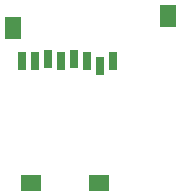
<source format=gbr>
%TF.GenerationSoftware,Altium Limited,Altium Designer,24.10.1 (45)*%
G04 Layer_Color=128*
%FSLAX45Y45*%
%MOMM*%
%TF.SameCoordinates,EEF0193C-C13F-4000-B0C4-A13F86DA6223*%
%TF.FilePolarity,Positive*%
%TF.FileFunction,Paste,Bot*%
%TF.Part,Single*%
G01*
G75*
%TA.AperFunction,SMDPad,CuDef*%
%ADD47R,0.80000X1.50000*%
%ADD48R,1.80000X1.40000*%
%ADD49R,1.40000X1.90000*%
D47*
X1836500Y1600000D02*
D03*
X1946500D02*
D03*
X2056500Y1620000D02*
D03*
X2166500Y1600000D02*
D03*
X2276500Y1620000D02*
D03*
X2386500Y1600000D02*
D03*
X2496500Y1560000D02*
D03*
X2606500Y1600000D02*
D03*
D48*
X2487500Y570000D02*
D03*
X1917500D02*
D03*
D49*
X1757500Y1885000D02*
D03*
X3072500Y1985000D02*
D03*
%TF.MD5,ed0ca142bbc43cbffe89a1325aaa5c5a*%
M02*

</source>
